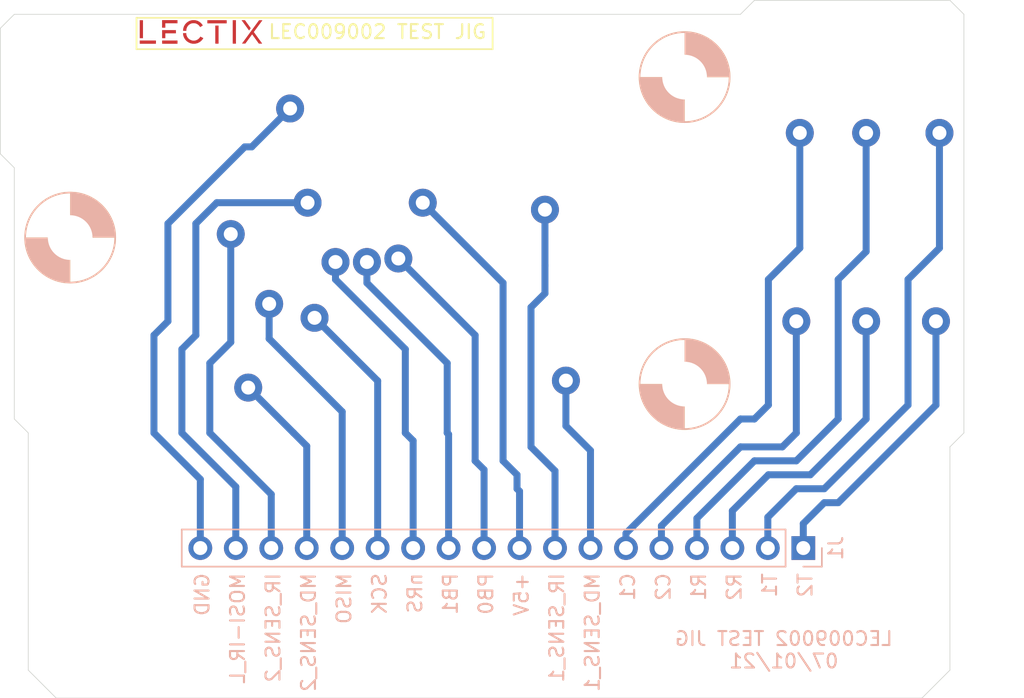
<source format=kicad_pcb>
(kicad_pcb (version 20211014) (generator pcbnew)
  (layers (0 "F.Cu" signal) (31 "B.Cu" signal) (34 "B.Paste" user) (35 "F.Paste" user) (36 "B.SilkS" user "B.Silkscreen") (37 "F.SilkS" user "F.Silkscreen") (38 "B.Mask" user) (39 "F.Mask" user) (44 "Edge.Cuts" user))
  (net 0 "")
  (net 1 "/MOSI-IR_LED")
  (net 2 "/C1")
  (net 3 "/R1")
  (net 4 "/T1")
  (net 5 "/T2")
  (net 6 "/R2")
  (net 7 "/C2")
  (net 8 "/IR_SENSOR")
  (net 9 "/nRS")
  (net 10 "/SCK")
  (net 11 "/MISO")
  (net 12 "/MODE_SENSOR_1")
  (net 13 "/MODE_SENSOR_2")
  (net 14 "/IR_SENSOR_2")
  (net 15 "/GND")
  (net 16 "/+5V")
  (net 17 "/PB1")
  (net 18 "/PB0")
  (footprint "0_mechanical:MountingHole_3.2mm_M3" (layer "F.Cu") (at 95 25.5)
    (fp_text reference "H1" hide)
    (fp_text value "MountingHole" hide)
    (fp_circle (center 0 0) (end 3.224903 0) (layer "B.SilkS") (width 0.12) (fill none))
    (fp_poly (pts (xy 0 -3.224903) (xy 0 -1.6) (xy 0.1 -1.6) (xy 0.5 -1.5) (xy 0.9 -1.3) (xy 1.3 -0.9) (xy 1.5 -0.5) (xy 1.6 -0.1) (xy 1.6 0) (xy 3.2 0) (xy 3.2 -0.5) (xy 3.1 -0.9) (xy 2.8 -1.6) (xy 2.3 -2.3) (xy 1.5 -2.9) (xy 0.5 -3.2)) (layer "B.SilkS") (width 0.01) (fill solid))
    (fp_poly (pts (xy 0 3.224903) (xy 0 1.6) (xy -0.1 1.6) (xy -0.5 1.5) (xy -0.9 1.3) (xy -1.3 0.9) (xy -1.5 0.5) (xy -1.6 0.1) (xy -1.6 0) (xy -3.2 0) (xy -3.2 0.5) (xy -3.1 0.9) (xy -2.8 1.6) (xy -2.3 2.3) (xy -1.5 2.9) (xy -0.5 3.2)) (layer "B.SilkS") (width 0.01) (fill solid))
    (fp_circle (center 0 0) (end 1.6 -2.8) (layer "F.SilkS") (width 0.12) (fill none))
    (fp_poly (pts (xy 0 3.224903) (xy 0 1.6) (xy -0.1 1.6) (xy -0.5 1.5) (xy -0.9 1.3) (xy -1.3 0.9) (xy -1.5 0.5) (xy -1.6 0.1) (xy -1.6 0) (xy -3.2 0) (xy -3.2 0.5) (xy -3.1 0.9) (xy -2.8 1.6) (xy -2.3 2.3) (xy -1.5 2.9) (xy -0.5 3.2)) (layer "F.SilkS") (width 0.01) (fill solid))
    (fp_poly (pts (xy 0 -3.224903) (xy 0 -1.6) (xy 0.1 -1.6) (xy 0.5 -1.5) (xy 0.9 -1.3) (xy 1.3 -0.9) (xy 1.5 -0.5) (xy 1.6 -0.1) (xy 1.6 0) (xy 3.2 0) (xy 3.2 -0.5) (xy 3.1 -0.9) (xy 2.8 -1.6) (xy 2.3 -2.3) (xy 1.5 -2.9) (xy 0.5 -3.2)) (layer "F.SilkS") (width 0.01) (fill solid))
    (pad "" np_thru_hole circle locked (at 0 0) (size 3.2 3.2) (drill 3.2) (layers *.Cu *.Mask))
  )
  (footprint "0_mechanical:MountingHole_3.2mm_M3" (layer "F.Cu") (at 95 47.5)
    (fp_text reference "H2" hide)
    (fp_text value "MountingHole" hide)
    (fp_circle (center 0 0) (end 3.224903 0) (layer "B.SilkS") (width 0.12) (fill none))
    (fp_poly (pts (xy 0 3.224903) (xy 0 1.6) (xy -0.1 1.6) (xy -0.5 1.5) (xy -0.9 1.3) (xy -1.3 0.9) (xy -1.5 0.5) (xy -1.6 0.1) (xy -1.6 0) (xy -3.2 0) (xy -3.2 0.5) (xy -3.1 0.9) (xy -2.8 1.6) (xy -2.3 2.3) (xy -1.5 2.9) (xy -0.5 3.2)) (layer "B.SilkS") (width 0.01) (fill solid))
    (fp_poly (pts (xy 0 -3.224903) (xy 0 -1.6) (xy 0.1 -1.6) (xy 0.5 -1.5) (xy 0.9 -1.3) (xy 1.3 -0.9) (xy 1.5 -0.5) (xy 1.6 -0.1) (xy 1.6 0) (xy 3.2 0) (xy 3.2 -0.5) (xy 3.1 -0.9) (xy 2.8 -1.6) (xy 2.3 -2.3) (xy 1.5 -2.9) (xy 0.5 -3.2)) (layer "B.SilkS") (width 0.01) (fill solid))
    (fp_circle (center 0 0) (end 1.6 -2.8) (layer "F.SilkS") (width 0.12) (fill none))
    (fp_poly (pts (xy 0 -3.224903) (xy 0 -1.6) (xy 0.1 -1.6) (xy 0.5 -1.5) (xy 0.9 -1.3) (xy 1.3 -0.9) (xy 1.5 -0.5) (xy 1.6 -0.1) (xy 1.6 0) (xy 3.2 0) (xy 3.2 -0.5) (xy 3.1 -0.9) (xy 2.8 -1.6) (xy 2.3 -2.3) (xy 1.5 -2.9) (xy 0.5 -3.2)) (layer "F.SilkS") (width 0.01) (fill solid))
    (fp_poly (pts (xy 0 3.224903) (xy 0 1.6) (xy -0.1 1.6) (xy -0.5 1.5) (xy -0.9 1.3) (xy -1.3 0.9) (xy -1.5 0.5) (xy -1.6 0.1) (xy -1.6 0) (xy -3.2 0) (xy -3.2 0.5) (xy -3.1 0.9) (xy -2.8 1.6) (xy -2.3 2.3) (xy -1.5 2.9) (xy -0.5 3.2)) (layer "F.SilkS") (width 0.01) (fill solid))
    (pad "" np_thru_hole circle locked (at 0 0) (size 3.2 3.2) (drill 3.2) (layers *.Cu *.Mask))
  )
  (footprint "0_mechanical:MountingHole_3.2mm_M3" (layer "F.Cu") (at 51 37)
    (fp_text reference "H3" hide)
    (fp_text value "MountingHole" hide)
    (fp_circle (center 0 0) (end 3.224903 0) (layer "B.SilkS") (width 0.12) (fill none))
    (fp_poly (pts (xy 0 3.224903) (xy 0 1.6) (xy -0.1 1.6) (xy -0.5 1.5) (xy -0.9 1.3) (xy -1.3 0.9) (xy -1.5 0.5) (xy -1.6 0.1) (xy -1.6 0) (xy -3.2 0) (xy -3.2 0.5) (xy -3.1 0.9) (xy -2.8 1.6) (xy -2.3 2.3) (xy -1.5 2.9) (xy -0.5 3.2)) (layer "B.SilkS") (width 0.01) (fill solid))
    (fp_poly (pts (xy 0 -3.224903) (xy 0 -1.6) (xy 0.1 -1.6) (xy 0.5 -1.5) (xy 0.9 -1.3) (xy 1.3 -0.9) (xy 1.5 -0.5) (xy 1.6 -0.1) (xy 1.6 0) (xy 3.2 0) (xy 3.2 -0.5) (xy 3.1 -0.9) (xy 2.8 -1.6) (xy 2.3 -2.3) (xy 1.5 -2.9) (xy 0.5 -3.2)) (layer "B.SilkS") (width 0.01) (fill solid))
    (fp_circle (center 0 0) (end 1.6 -2.8) (layer "F.SilkS") (width 0.12) (fill none))
    (fp_poly (pts (xy 0 3.224903) (xy 0 1.6) (xy -0.1 1.6) (xy -0.5 1.5) (xy -0.9 1.3) (xy -1.3 0.9) (xy -1.5 0.5) (xy -1.6 0.1) (xy -1.6 0) (xy -3.2 0) (xy -3.2 0.5) (xy -3.1 0.9) (xy -2.8 1.6) (xy -2.3 2.3) (xy -1.5 2.9) (xy -0.5 3.2)) (layer "F.SilkS") (width 0.01) (fill solid))
    (fp_poly (pts (xy 0 -3.224903) (xy 0 -1.6) (xy 0.1 -1.6) (xy 0.5 -1.5) (xy 0.9 -1.3) (xy 1.3 -0.9) (xy 1.5 -0.5) (xy 1.6 -0.1) (xy 1.6 0) (xy 3.2 0) (xy 3.2 -0.5) (xy 3.1 -0.9) (xy 2.8 -1.6) (xy 2.3 -2.3) (xy 1.5 -2.9) (xy 0.5 -3.2)) (layer "F.SilkS") (width 0.01) (fill solid))
    (pad "" np_thru_hole circle locked (at 0 0) (size 3.2 3.2) (drill 3.2) (layers *.Cu *.Mask))
  )
  (footprint "0_logos:Logo_10mm" (layer "F.Cu") (at 60.25 22.25)
    (fp_text reference "LOGO1" hide)
    (fp_text value "logo_lectix_25mm" hide)
    (fp_poly (pts (xy -1.56718 -0.61214) (xy -2.44094 -0.61214) (xy -2.44094 -0.29972) (xy -2.66446 -0.29972) (xy -2.66446 -0.83312) (xy -1.56718 -0.83312) (xy -1.56718 -0.61214)) (layer "F.Cu") (width 0.01) (fill solid))
    (fp_poly (pts (xy 2.61874 0.84582) (xy 2.39776 0.84582) (xy 2.39776 -0.8255) (xy 2.61874 -0.8255) (xy 2.61874 0.84582)) (layer "F.Cu") (width 0.01) (fill solid))
    (fp_poly (pts (xy -0.941598 0.135255) (xy -0.93688 0.184642) (xy -0.927286 0.233391) (xy -0.913012 0.281126) (xy -0.894257 0.327472) (xy -0.871216 0.372055) (xy -0.844087 0.4145) (xy -0.813067 0.454432) (xy -0.778352 0.491476) (xy -0.74014 0.525258) (xy -0.73406 0.530066) (xy -0.693962 0.558193) (xy -0.650655 0.582754) (xy -0.604786 0.603491) (xy -0.557001 0.620147) (xy -0.507946 0.632466) (xy -0.458267 0.640191) (xy -0.456939 0.640331) (xy -0.435583 0.641812) (xy -0.410988 0.642277) (xy -0.38483 0.641784) (xy -0.358784 0.640393) (xy -0.334525 0.638161) (xy -0.31496 0.635369) (xy -0.26458 0.623968) (xy -0.215829 0.608011) (xy -0.169027 0.587722) (xy -0.124494 0.563326) (xy -0.082553 0.53505) (xy -0.043523 0.503119) (xy -0.007725 0.467757) (xy 0.024521 0.429189) (xy 0.052893 0.387642) (xy 0.063459 0.36957) (xy 0.067764 0.361866) (xy 0.070977 0.356162) (xy 0.072419 0.35366) (xy 0.072428 0.353648) (xy 0.074718 0.354589) (xy 0.080966 0.357586) (xy 0.090622 0.362356) (xy 0.103134 0.368617) (xy 0.11795 0.376087) (xy 0.134518 0.384484) (xy 0.152288 0.393526) (xy 0.170709 0.40293) (xy 0.189227 0.412414) (xy 0.207292 0.421697) (xy 0.224353 0.430496) (xy 0.239857 0.43853) (xy 0.253254 0.445515) (xy 0.263992 0.45117) (xy 0.271519 0.455212) (xy 0.275284 0.45736) (xy 0.275579 0.457574) (xy 0.276342 0.459476) (xy 0.27565 0.462864) (xy 0.273236 0.468246) (xy 0.268829 0.47613) (xy 0.262161 0.487022) (xy 0.252963 0.501432) (xy 0.249532 0.50673) (xy 0.213745 0.557247) (xy 0.174233 0.604456) (xy 0.131253 0.648181) (xy 0.085061 0.688245) (xy 0.035915 0.724473) (xy -0.015929 0.75669) (xy -0.070214 0.784719) (xy -0.126683 0.808386) (xy -0.185078 0.827513) (xy -0.238614 0.840608) (xy -0.259549 0.844715) (xy -0.278693 0.847937) (xy -0.297214 0.850387) (xy -0.316279 0.852177) (xy -0.337056 0.853419) (xy -0.360714 0.854226) (xy -0.38481 0.854665) (xy -0.403035 0.85486) (xy -0.419929 0.85496) (xy -0.434719 0.854966) (xy -0.446633 0.85488) (xy -0.454897 0.854704) (xy -0.45847 0.854485) (xy -0.464358 0.853741) (xy -0.47369 0.85263) (xy -0.484862 0.851341) (xy -0.49022 0.850735) (xy -0.545997 0.842047) (xy -0.601993 0.828574) (xy -0.657599 0.810545) (xy -0.712206 0.788188) (xy -0.765203 0.761731) (xy -0.815981 0.731401) (xy -0.82423 0.725955) (xy -0.854202 0.705098) (xy -0.880956 0.684653) (xy -0.906058 0.663317) (xy -0.931073 0.63979) (xy -0.946282 0.624501) (xy -0.98848 0.577656) (xy -1.026384 0.528179) (xy -1.059914 0.476236) (xy -1.088986 0.421994) (xy -1.113518 0.365618) (xy -1.133426 0.307274) (xy -1.148629 0.247129) (xy -1.156813 0.201477) (xy -1.15802 0.192261) (xy -1.159423 0.17981) (xy -1.160913 0.165307) (xy -1.162382 0.149937) (xy -1.163719 0.134885) (xy -1.164815 0.121334) (xy -1.165562 0.11047) (xy -1.16585 0.103505) (xy -1.163398 0.103107) (xy -1.156379 0.102738) (xy -1.145308 0.102405) (xy -1.130696 0.102119) (xy -1.113059 0.101886) (xy -1.092909 0.101717) (xy -1.070759 0.10162) (xy -1.054481 0.1016) (xy -0.943101 0.1016) (xy -0.941598 0.135255)) (layer "F.Cu") (width 0.01) (fill solid))
    (fp_poly (pts (xy 1.95072 -0.60452) (xy 0.58166 -0.60452) (xy 0.58166 -0.8255) (xy 1.95072 -0.8255) (xy 1.95072 -0.60452)) (layer "F.Cu") (width 0.01) (fill solid))
    (fp_poly (pts (xy 4.376304 -0.819908) (xy 4.39485 -0.819812) (xy 4.508296 -0.81915) (xy 4.202148 -0.400817) (xy 4.172064 -0.359702) (xy 4.142787 -0.319675) (xy 4.114458 -0.280931) (xy 4.087217 -0.243662) (xy 4.061206 -0.20806) (xy 4.036566 -0.17432) (xy 4.013436 -0.142634) (xy 3.991957 -0.113194) (xy 3.972271 -0.086194) (xy 3.954518 -0.061828) (xy 3.938839 -0.040287) (xy 3.925374 -0.021764) (xy 3.914265 -0.006454) (xy 3.905651 0.005452) (xy 3.899674 0.01376) (xy 3.896474 0.018277) (xy 3.895946 0.019087) (xy 3.897407 0.021269) (xy 3.901707 0.02737) (xy 3.908703 0.037192) (xy 3.918256 0.050541) (xy 3.930224 0.06722) (xy 3.944465 0.087032) (xy 3.960838 0.109783) (xy 3.979202 0.135275) (xy 3.999416 0.163314) (xy 4.021337 0.193701) (xy 4.044825 0.226243) (xy 4.069739 0.260742) (xy 4.095938 0.297003) (xy 4.123279 0.334829) (xy 4.151622 0.374025) (xy 4.180825 0.414395) (xy 4.192671 0.430766) (xy 4.22219 0.471564) (xy 4.250913 0.511274) (xy 4.278699 0.549701) (xy 4.305405 0.586647) (xy 4.330889 0.621916) (xy 4.35501 0.65531) (xy 4.377626 0.686635) (xy 4.398595 0.715692) (xy 4.417775 0.742285) (xy 4.435025 0.766218) (xy 4.450202 0.787293) (xy 4.463164 0.805315) (xy 4.47377 0.820086) (xy 4.481878 0.831411) (xy 4.487346 0.839091) (xy 4.490033 0.842932) (xy 4.490296 0.843347) (xy 4.488016 0.843981) (xy 4.480822 0.844522) (xy 4.468878 0.844969) (xy 4.452349 0.845317) (xy 4.4314 0.845563) (xy 4.406196 0.845703) (xy 4.377266 0.845734) (xy 4.26339 0.845649) (xy 4.02209 0.51178) (xy 3.995526 0.475037) (xy 3.969765 0.439426) (xy 3.944965 0.405163) (xy 3.921283 0.372466) (xy 3.898876 0.34155) (xy 3.877902 0.312632) (xy 3.858517 0.285929) (xy 3.84088 0.261658) (xy 3.825147 0.240034) (xy 3.811475 0.221274) (xy 3.800023 0.205596) (xy 3.790948 0.193215) (xy 3.784406 0.184347) (xy 3.780556 0.179211) (xy 3.77952 0.177933) (xy 3.777906 0.17995) (xy 3.773455 0.185854) (xy 3.766324 0.195427) (xy 3.756674 0.208455) (xy 3.744661 0.224722) (xy 3.730447 0.24401) (xy 3.714188 0.266106) (xy 3.696044 0.290791) (xy 3.676173 0.317851) (xy 3.654734 0.34707) (xy 3.631887 0.378231) (xy 3.607789 0.411119) (xy 3.5826 0.445518) (xy 3.556477 0.481211) (xy 3.53568 0.509644) (xy 3.508925 0.546214) (xy 3.482965 0.581667) (xy 3.457961 0.615786) (xy 3.434072 0.648355) (xy 3.411458 0.679156) (xy 3.390279 0.707973) (xy 3.370693 0.734589) (xy 3.352863 0.758787) (xy 3.336946 0.78035) (xy 3.323102 0.799061) (xy 3.311493 0.814704) (xy 3.302276 0.827061) (xy 3.295613 0.835916) (xy 3.291662 0.841051) (xy 3.29057 0.842335) (xy 3.287574 0.842529) (xy 3.280025 0.84268) (xy 3.26845 0.842789) (xy 3.253375 0.842853) (xy 3.235327 0.84287) (xy 3.214833 0.842839) (xy 3.192419 0.842759) (xy 3.175648 0.842672) (xy 3.063267 0.84201) (xy 3.669225 0.01397) (xy 3.711717 -0.044093) (xy 3.753457 -0.101122) (xy 3.794343 -0.156981) (xy 3.834276 -0.211531) (xy 3.873154 -0.264637) (xy 3.910878 -0.316161) (xy 3.947347 -0.365964) (xy 3.982459 -0.413911) (xy 4.016115 -0.459864) (xy 4.048214 -0.503686) (xy 4.078655 -0.545239) (xy 4.107338 -0.584386) (xy 4.134162 -0.620989) (xy 4.159027 -0.654913) (xy 4.181832 -0.686019) (xy 4.202477 -0.714169) (xy 4.22086 -0.739228) (xy 4.236882 -0.761057) (xy 4.250441 -0.779519) (xy 4.261437 -0.794478) (xy 4.269771 -0.805795) (xy 4.27534 -0.813333) (xy 4.278045 -0.816956) (xy 4.278294 -0.817272) (xy 4.280129 -0.818064) (xy 4.284193 -0.818708) (xy 4.29086 -0.819211) (xy 4.300504 -0.819582) (xy 4.313497 -0.819829) (xy 4.330212 -0.819961) (xy 4.351024 -0.819984) (xy 4.376304 -0.819908)) (layer "F.Cu") (width 0.01) (fill solid))
    (fp_poly (pts (xy 1.3716 0.84582) (xy 1.15062 0.84582) (xy 1.15062 -0.43688) (xy 1.3716 -0.43688) (xy 1.3716 0.84582)) (layer "F.Cu") (width 0.01) (fill solid))
    (fp_poly (pts (xy -0.373791 -0.828885) (xy -0.352051 -0.828102) (xy -0.333524 -0.826865) (xy -0.32512 -0.825987) (xy -0.263464 -0.815889) (xy -0.203518 -0.801142) (xy -0.145498 -0.78188) (xy -0.08962 -0.75824) (xy -0.036099 -0.730358) (xy 0.01485 -0.698368) (xy 0.063012 -0.662408) (xy 0.108171 -0.622612) (xy 0.150111 -0.579116) (xy 0.188617 -0.532056) (xy 0.223475 -0.481567) (xy 0.224753 -0.479538) (xy 0.23095 -0.469396) (xy 0.235873 -0.460824) (xy 0.239032 -0.454716) (xy 0.239933 -0.451966) (xy 0.239927 -0.451954) (xy 0.237616 -0.450206) (xy 0.231584 -0.446064) (xy 0.222376 -0.439884) (xy 0.210541 -0.432024) (xy 0.196627 -0.422841) (xy 0.181181 -0.412692) (xy 0.16475 -0.401934) (xy 0.147883 -0.390925) (xy 0.131127 -0.380021) (xy 0.115029 -0.369581) (xy 0.100138 -0.359961) (xy 0.087 -0.351518) (xy 0.076165 -0.34461) (xy 0.068178 -0.339593) (xy 0.063588 -0.336826) (xy 0.062794 -0.336416) (xy 0.059968 -0.337282) (xy 0.055905 -0.341905) (xy 0.050305 -0.350661) (xy 0.047184 -0.356086) (xy 0.030089 -0.383572) (xy 0.009427 -0.411998) (xy -0.013771 -0.440148) (xy -0.038472 -0.466803) (xy -0.063644 -0.490746) (xy -0.07552 -0.50086) (xy -0.116154 -0.530828) (xy -0.159753 -0.556873) (xy -0.205804 -0.578774) (xy -0.253792 -0.59631) (xy -0.303203 -0.60926) (xy -0.343548 -0.616187) (xy -0.365054 -0.618232) (xy -0.389779 -0.619278) (xy -0.41624 -0.619363) (xy -0.442955 -0.61852) (xy -0.468443 -0.616786) (xy -0.491221 -0.614196) (xy -0.502174 -0.612397) (xy -0.552714 -0.600392) (xy -0.601225 -0.583901) (xy -0.647466 -0.563143) (xy -0.691196 -0.538334) (xy -0.732174 -0.509692) (xy -0.770159 -0.477434) (xy -0.80491 -0.441777) (xy -0.836186 -0.402938) (xy -0.863748 -0.361136) (xy -0.887352 -0.316587) (xy -0.90676 -0.269508) (xy -0.916801 -0.238379) (xy -0.927444 -0.193948) (xy -0.934072 -0.147895) (xy -0.936568 -0.109855) (xy -0.937972 -0.06858) (xy -1.158969 -0.06858) (xy -1.157493 -0.113665) (xy -1.153049 -0.173235) (xy -1.143761 -0.231781) (xy -1.129804 -0.289055) (xy -1.111357 -0.344808) (xy -1.088595 -0.398794) (xy -1.061694 -0.450761) (xy -1.030832 -0.500463) (xy -0.996184 -0.547651) (xy -0.957927 -0.592077) (xy -0.916238 -0.63349) (xy -0.871292 -0.671645) (xy -0.823267 -0.706291) (xy -0.772339 -0.73718) (xy -0.718684 -0.764064) (xy -0.6858 -0.777954) (xy -0.632923 -0.796535) (xy -0.578211 -0.811237) (xy -0.520795 -0.822284) (xy -0.50546 -0.824566) (xy -0.489281 -0.826312) (xy -0.469218 -0.827661) (xy -0.446456 -0.828601) (xy -0.422175 -0.829125) (xy -0.397559 -0.829223) (xy -0.373791 -0.828885)) (layer "F.Cu") (width 0.01) (fill solid))
    (fp_poly (pts (xy -3.1115 0.85344) (xy -4.25958 0.85344) (xy -4.25958 0.62992) (xy -3.1115 0.62992) (xy -3.1115 0.85344)) (layer "F.Cu") (width 0.01) (fill solid))
    (fp_poly (pts (xy -4.0386 0.45212) (xy -4.25958 0.45212) (xy -4.25958 -0.82296) (xy -4.0386 -0.82296) (xy -4.0386 0.45212)) (layer "F.Cu") (width 0.01) (fill solid))
    (fp_poly (pts (xy 3.260968 -0.8255) (xy 3.466269 -0.542956) (xy 3.490799 -0.509165) (xy 3.514493 -0.476463) (xy 3.53718 -0.445091) (xy 3.558689 -0.415286) (xy 3.578848 -0.387289) (xy 3.597487 -0.361337) (xy 3.614435 -0.337671) (xy 3.62952 -0.31653) (xy 3.642571 -0.298152) (xy 3.653418 -0.282777) (xy 3.661889 -0.270644) (xy 3.667814 -0.261991) (xy 3.671021 -0.257058) (xy 3.67157 -0.255979) (xy 3.670129 -0.252999) (xy 3.666077 -0.246561) (xy 3.659817 -0.237221) (xy 3.651755 -0.225539) (xy 3.642293 -0.212072) (xy 3.631838 -0.197378) (xy 3.620793 -0.182016) (xy 3.609562 -0.166543) (xy 3.598551 -0.151517) (xy 3.588162 -0.137496) (xy 3.578801 -0.125038) (xy 3.570872 -0.114702) (xy 3.564779 -0.107045) (xy 3.560927 -0.102625) (xy 3.55981 -0.101753) (xy 3.558071 -0.103777) (xy 3.553504 -0.109705) (xy 3.546264 -0.119329) (xy 3.536502 -0.132439) (xy 3.524373 -0.148826) (xy 3.510029 -0.168281) (xy 3.493625 -0.190595) (xy 3.475313 -0.215558) (xy 3.455247 -0.242963) (xy 3.433579 -0.272598) (xy 3.410465 -0.304257) (xy 3.386056 -0.337728) (xy 3.360506 -0.372804) (xy 3.333968 -0.409276) (xy 3.306596 -0.446933) (xy 3.29819 -0.458507) (xy 3.270558 -0.496555) (xy 3.243707 -0.533532) (xy 3.217789 -0.569228) (xy 3.19296 -0.603428) (xy 3.169374 -0.635919) (xy 3.147186 -0.666489) (xy 3.126549 -0.694925) (xy 3.107618 -0.721015) (xy 3.090548 -0.744544) (xy 3.075493 -0.765301) (xy 3.062608 -0.783073) (xy 3.052047 -0.797646) (xy 3.043964 -0.808808) (xy 3.038514 -0.816346) (xy 3.035851 -0.820048) (xy 3.035625 -0.82037) (xy 3.034877 -0.821583) (xy 3.034715 -0.822588) (xy 3.035563 -0.823405) (xy 3.037844 -0.824053) (xy 3.041981 -0.824551) (xy 3.048399 -0.824919) (xy 3.057522 -0.825177) (xy 3.069772 -0.825345) (xy 3.085573 -0.825441) (xy 3.105349 -0.825486) (xy 3.129525 -0.8255) (xy 3.146554 -0.825501) (xy 3.260968 -0.8255)) (layer "F.Cu") (width 0.01) (fill solid))
    (fp_poly (pts (xy -1.56718 0.85344) (xy -2.65938 0.85344) (xy -2.65938 0.62992) (xy -1.56718 0.62992) (xy -1.56718 0.85344)) (layer "F.Cu") (width 0.01) (fill solid))
    (fp_poly (pts (xy -1.68148 0.10922) (xy -2.44094 0.10922) (xy -2.44094 0.45212) (xy -2.66192 0.45212) (xy -2.66192 -0.1143) (xy -1.68148 -0.1143) (xy -1.68148 0.10922)) (layer "F.Cu") (width 0.01) (fill solid))
  )
  (footprint "0_pogo_pin:pogo-1mm" (layer "B.Cu") (at 63.75 47.75)
    (fp_text reference "TP5" hide)
    (fp_text value "TestPoint_Probe")
    (pad "1" thru_hole circle locked (at 0 0) (size 2 2) (drill 1) (layers *.Cu *.Mask) (net 13 "/MODE_SENSOR_2"))
  )
  (footprint "0_pogo_pin:pogo-1mm" (layer "B.Cu") (at 108 29.5)
    (fp_text reference "TP6" hide)
    (fp_text value "TestPoint_Probe")
    (pad "1" thru_hole circle locked (at 0 0) (size 2 2) (drill 1) (layers *.Cu *.Mask) (net 3 "/R1"))
  )
  (footprint "0_pogo_pin:pogo-1mm" (layer "B.Cu") (at 103.25 29.5)
    (fp_text reference "TP7" hide)
    (fp_text value "TestPoint_Probe")
    (pad "1" thru_hole circle locked (at 0 0) (size 2 2) (drill 1) (layers *.Cu *.Mask) (net 2 "/C1"))
  )
  (footprint "0_pogo_pin:pogo-1mm" (layer "B.Cu") (at 113.25 29.5)
    (fp_text reference "TP8" hide)
    (fp_text value "TestPoint_Probe")
    (pad "1" thru_hole circle locked (at 0 0) (size 2 2) (drill 1) (layers *.Cu *.Mask) (net 4 "/T1"))
  )
  (footprint "0_pogo_pin:pogo-1mm" (layer "B.Cu") (at 108 43)
    (fp_text reference "TP9" hide)
    (fp_text value "TestPoint_Probe")
    (pad "1" thru_hole circle locked (at 0 0) (size 2 2) (drill 1) (layers *.Cu *.Mask) (net 6 "/R2"))
  )
  (footprint "0_pogo_pin:pogo-1mm" (layer "B.Cu") (at 103 43)
    (fp_text reference "TP10" hide)
    (fp_text value "TestPoint_Probe")
    (pad "1" thru_hole circle locked (at 0 0) (size 2 2) (drill 1) (layers *.Cu *.Mask) (net 7 "/C2"))
  )
  (footprint "0_pogo_pin:pogo-1mm" (layer "B.Cu") (at 85 35)
    (fp_text reference "TP11" hide)
    (fp_text value "TestPoint_Probe")
    (pad "1" thru_hole circle locked (at 0 0) (size 2 2) (drill 1) (layers *.Cu *.Mask) (net 8 "/IR_SENSOR"))
  )
  (footprint "0_pogo_pin:pogo-1mm" (layer "B.Cu") (at 113 43)
    (fp_text reference "TP13" hide)
    (fp_text value "TestPoint_Probe")
    (pad "1" thru_hole circle locked (at 0 0) (size 2 2) (drill 1) (layers *.Cu *.Mask) (net 5 "/T2"))
  )
  (footprint "0_pogo_pin:pogo-1mm" (layer "B.Cu") (at 76.25 34.5)
    (fp_text reference "TP14" hide)
    (fp_text value "TestPoint_Probe")
    (pad "1" thru_hole circle locked (at 0 0) (size 2 2) (drill 1) (layers *.Cu *.Mask) (net 16 "/+5V"))
  )
  (footprint "0_pogo_pin:pogo-1mm" (layer "B.Cu") (at 66.75 27.75)
    (fp_text reference "TP15" hide)
    (fp_text value "TestPoint_Probe")
    (pad "1" thru_hole circle locked (at 0 0) (size 2 2) (drill 1) (layers *.Cu *.Mask) (net 15 "/GND"))
  )
  (footprint "0_pogo_pin:pogo-1mm" (layer "B.Cu") (at 62.5 36.75)
    (fp_text reference "TP12" hide)
    (fp_text value "TestPoint_Probe")
    (pad "1" thru_hole circle locked (at 0 0) (size 2 2) (drill 1) (layers *.Cu *.Mask) (net 14 "/IR_SENSOR_2"))
  )
  (footprint "0_pogo_pin:pogo-1mm" (layer "B.Cu") (at 74.5 38.5)
    (fp_text reference "TP1" hide)
    (fp_text value "TestPoint_Probe")
    (pad "1" thru_hole circle locked (at 0 0) (size 2 2) (drill 1) (layers *.Cu *.Mask) (net 18 "/PB0"))
  )
  (footprint "0_pogo_pin:pogo-1mm" (layer "B.Cu") (at 72.25 38.75)
    (fp_text reference "TP2" hide)
    (fp_text value "TestPoint_Probe")
    (pad "1" thru_hole circle locked (at 0 0) (size 2 2) (drill 1) (layers *.Cu *.Mask) (net 17 "/PB1"))
  )
  (footprint "0_pogo_pin:pogo-1mm" (layer "B.Cu") (at 86.5 47.25)
    (fp_text reference "TP3" hide)
    (fp_text value "TestPoint_Probe")
    (pad "1" thru_hole circle locked (at 0 0) (size 2 2) (drill 1) (layers *.Cu *.Mask) (net 12 "/MODE_SENSOR_1"))
  )
  (footprint "0_pogo_pin:pogo-1mm" (layer "B.Cu") (at 70 38.75)
    (fp_text reference "TP4" hide)
    (fp_text value "TestPoint_Probe")
    (pad "1" thru_hole circle locked (at 0 0) (size 2 2) (drill 1) (layers *.Cu *.Mask) (net 9 "/nRS"))
  )
  (footprint "0_pogo_pin:pogo-1mm" (layer "B.Cu") (at 68.5 42.75)
    (fp_text reference "TP16" hide)
    (fp_text value "TestPoint_Probe")
    (pad "1" thru_hole circle locked (at 0 0) (size 2 2) (drill 1) (layers *.Cu *.Mask) (net 10 "/SCK"))
  )
  (footprint "0_pogo_pin:pogo-1mm" (layer "B.Cu") (at 65.25 41.75)
    (fp_text reference "TP17" hide)
    (fp_text value "TestPoint_Probe")
    (pad "1" thru_hole circle locked (at 0 0) (size 2 2) (drill 1) (layers *.Cu *.Mask) (net 11 "/MISO"))
  )
  (footprint "0_pogo_pin:pogo-1mm" (layer "B.Cu") (at 68 34.5)
    (fp_text reference "TP18" hide)
    (fp_text value "TestPoint_Probe")
    (pad "1" thru_hole circle locked (at 0 0) (size 2 2) (drill 1) (layers *.Cu *.Mask) (net 1 "/MOSI-IR_LED"))
  )
  (footprint "Connector_PinHeader_2.54mm:PinHeader_1x18_P2.54mm_Vertical" (layer "B.Cu") (at 103.5 59.25 90)
    (fp_text reference "J1" (at 0 2.33 90) (layer "B.SilkS") (effects (justify mirror)))
    (fp_text value "Conn_01x18_Female")
    (fp_line (start -1.33 -1.27) (end -1.33 -44.51) (layer "B.SilkS") (width 0.12))
    (fp_line (start -1.33 -1.27) (end 1.33 -1.27) (layer "B.SilkS") (width 0.12))
    (fp_line (start -1.33 -44.51) (end 1.33 -44.51) (layer "B.SilkS") (width 0.12))
    (fp_line (start 1.33 -1.27) (end 1.33 -44.51) (layer "B.SilkS") (width 0.12))
    (fp_line (start -1.33 1.33) (end 0 1.33) (layer "B.SilkS") (width 0.12))
    (fp_line (start -1.33 0) (end -1.33 1.33) (layer "B.SilkS") (width 0.12))
    (pad "1" thru_hole rect locked (at 0 0 90) (size 1.7 1.7) (drill 1) (layers *.Cu *.Mask) (net 5 "/T2"))
    (pad "2" thru_hole oval locked (at 0 -2.54 90) (size 1.7 1.7) (drill 1) (layers *.Cu *.Mask) (net 4 "/T1"))
    (pad "3" thru_hole oval locked (at 0 -5.08 90) (size 1.7 1.7) (drill 1) (layers *.Cu *.Mask) (net 6 "/R2"))
    (pad "4" thru_hole oval locked (at 0 -7.62 90) (size 1.7 1.7) (drill 1) (layers *.Cu *.Mask) (net 3 "/R1"))
    (pad "5" thru_hole oval locked (at 0 -10.16 90) (size 1.7 1.7) (drill 1) (layers *.Cu *.Mask) (net 7 "/C2"))
    (pad "6" thru_hole oval locked (at 0 -12.7 90) (size 1.7 1.7) (drill 1) (layers *.Cu *.Mask) (net 2 "/C1"))
    (pad "7" thru_hole oval locked (at 0 -15.24 90) (size 1.7 1.7) (drill 1) (layers *.Cu *.Mask) (net 12 "/MODE_SENSOR_1"))
    (pad "8" thru_hole oval locked (at 0 -17.78 90) (size 1.7 1.7) (drill 1) (layers *.Cu *.Mask) (net 8 "/IR_SENSOR"))
    (pad "9" thru_hole oval locked (at 0 -20.32 90) (size 1.7 1.7) (drill 1) (layers *.Cu *.Mask) (net 16 "/+5V"))
    (pad "10" thru_hole oval locked (at 0 -22.86 90) (size 1.7 1.7) (drill 1) (layers *.Cu *.Mask) (net 18 "/PB0"))
    (pad "11" thru_hole oval locked (at 0 -25.4 90) (size 1.7 1.7) (drill 1) (layers *.Cu *.Mask) (net 17 "/PB1"))
    (pad "12" thru_hole oval locked (at 0 -27.94 90) (size 1.7 1.7) (drill 1) (layers *.Cu *.Mask) (net 9 "/nRS"))
    (pad "13" thru_hole oval locked (at 0 -30.48 90) (size 1.7 1.7) (drill 1) (layers *.Cu *.Mask) (net 10 "/SCK"))
    (pad "14" thru_hole oval locked (at 0 -33.02 90) (size 1.7 1.7) (drill 1) (layers *.Cu *.Mask) (net 11 "/MISO"))
    (pad "15" thru_hole oval locked (at 0 -35.56 90) (size 1.7 1.7) (drill 1) (layers *.Cu *.Mask) (net 13 "/MODE_SENSOR_2"))
    (pad "16" thru_hole oval locked (at 0 -38.1 90) (size 1.7 1.7) (drill 1) (layers *.Cu *.Mask) (net 14 "/IR_SENSOR_2"))
    (pad "17" thru_hole oval locked (at 0 -40.64 90) (size 1.7 1.7) (drill 1) (layers *.Cu *.Mask) (net 1 "/MOSI-IR_LED"))
    (pad "18" thru_hole oval locked (at 0 -43.18 90) (size 1.7 1.7) (drill 1) (layers *.Cu *.Mask) (net 15 "/GND"))
  )
  (gr_line (start 81.25 23.5) (end 81.25 21.25) (layer "F.SilkS") (width 0.12))
  (gr_line (start 81.25 21.25) (end 55.75 21.25) (layer "F.SilkS") (width 0.12))
  (gr_line (start 55.75 21.25) (end 55.75 23.5) (layer "F.SilkS") (width 0.12))
  (gr_line (start 55.75 23.5) (end 81.25 23.5) (layer "F.SilkS") (width 0.12))
  (gr_line (start 115 51) (end 115 21) (layer "Edge.Cuts") (width 0.05))
  (gr_line (start 48 51) (end 47 50) (layer "Edge.Cuts") (width 0.05))
  (gr_line (start 100 20) (end 99 21) (layer "Edge.Cuts") (width 0.05))
  (gr_line (start 114 68) (end 114 52) (layer "Edge.Cuts") (width 0.05))
  (gr_line (start 46 31) (end 47 32) (layer "Edge.Cuts") (width 0.05))
  (gr_line (start 47 21) (end 46 22) (layer "Edge.Cuts") (width 0.05))
  (gr_line (start 46 22) (end 46 31) (layer "Edge.Cuts") (width 0.05))
  (gr_line (start 48 51) (end 48 61) (layer "Edge.Cuts") (width 0.05))
  (gr_line (start 114 20) (end 100 20) (layer "Edge.Cuts") (width 0.05))
  (gr_line (start 47 32) (end 47 50) (layer "Edge.Cuts") (width 0.05))
  (gr_line (start 115 21) (end 114 20) (layer "Edge.Cuts") (width 0.05))
  (gr_line (start 50 70) (end 112 70) (layer "Edge.Cuts") (width 0.05))
  (gr_line (start 48 68) (end 50 70) (layer "Edge.Cuts") (width 0.05))
  (gr_line (start 48 61) (end 48 68) (layer "Edge.Cuts") (width 0.05))
  (gr_line (start 115 51) (end 114 52) (layer "Edge.Cuts") (width 0.05))
  (gr_line (start 112 70) (end 114 68) (layer "Edge.Cuts") (width 0.05))
  (gr_line (start 99 21) (end 47 21) (layer "Edge.Cuts") (width 0.05))
  (gr_text "SCK" (at 73.152 60.96 90) (layer "B.SilkS") (effects (font (size 1 1)) (justify left mirror)))
  (gr_text "PB1" (at 78.232 60.96 90) (layer "B.SilkS") (effects (font (size 1 1)) (justify left mirror)))
  (gr_text "T1" (at 101.092 60.96 90) (layer "B.SilkS") (effects (font (size 1 1)) (justify left mirror)))
  (gr_text "R1" (at 96.012 60.96 90) (layer "B.SilkS") (effects (font (size 1 1)) (justify left mirror)))
  (gr_text "R2" (at 98.552 60.96 90) (layer "B.SilkS") (effects (font (size 1 1)) (justify left mirror)))
  (gr_text "C2" (at 93.472 60.96 90) (layer "B.SilkS") (effects (font (size 1 1)) (justify left mirror)))
  (gr_text "MD_SENS_2" (at 68.072 60.96 90) (layer "B.SilkS") (effects (font (size 1 1)) (justify left mirror)))
  (gr_text "+5V" (at 83.312 60.96 90) (layer "B.SilkS") (effects (font (size 1 1)) (justify left mirror)))
  (gr_text "MOSI-IR_L" (at 62.992 60.96 90) (layer "B.SilkS") (effects (font (size 1 1)) (justify left mirror)))
  (gr_text "MD_SENS_1" (at 88.392 60.96 90) (layer "B.SilkS") (effects (font (size 1 1)) (justify left mirror)))
  (gr_text "T2" (at 103.632 60.96 90) (layer "B.SilkS") (effects (font (size 1 1)) (justify left mirror)))
  (gr_text "C1" (at 90.932 60.96 90) (layer "B.SilkS") (effects (font (size 1 1)) (justify left mirror)))
  (gr_text "nRS" (at 75.692 60.96 90) (layer "B.SilkS") (effects (font (size 1 1)) (justify left mirror)))
  (gr_text "IR_SENS_2" (at 65.532 60.96 90) (layer "B.SilkS") (effects (font (size 1 1)) (justify left mirror)))
  (gr_text "IR_SENS_1" (at 85.852 60.96 90) (layer "B.SilkS") (effects (font (size 1 1)) (justify left mirror)))
  (gr_text "MISO" (at 70.612 60.96 90) (layer "B.SilkS") (effects (font (size 1 1)) (justify left mirror)))
  (gr_text "PB0" (at 80.772 60.96 90) (layer "B.SilkS") (effects (font (size 1 1)) (justify left mirror)))
  (gr_text "LEC009002 TEST JIG\n07/01/21" (at 102.108 66.548) (layer "B.SilkS") (effects (font (size 1 1)) (justify mirror)))
  (gr_text "GND" (at 60.452 60.96 90) (layer "B.SilkS") (effects (font (size 1 1)) (justify left mirror)))
  (gr_text "LEC009002 TEST JIG" (at 73 22.25) (layer "F.SilkS") (effects (font (size 1 1))))
  (segment (start 60 36) (end 61.5 34.5) (width 0.5) (layer "B.Cu") (net 1))
  (segment (start 62.86 54.86) (end 59 51) (width 0.5) (layer "B.Cu") (net 1))
  (segment (start 59 51) (end 59 45) (width 0.5) (layer "B.Cu") (net 1))
  (segment (start 60 44) (end 60 36) (width 0.5) (layer "B.Cu") (net 1))
  (segment (start 59 45) (end 60 44) (width 0.5) (layer "B.Cu") (net 1))
  (segment (start 61.5 34.5) (end 68 34.5) (width 0.5) (layer "B.Cu") (net 1))
  (segment (start 62.86 59.25) (end 62.86 54.86) (width 0.5) (layer "B.Cu") (net 1))
  (segment (start 100 50) (end 101 49) (width 0.5) (layer "B.Cu") (net 2))
  (segment (start 99 50) (end 100 50) (width 0.5) (layer "B.Cu") (net 2))
  (segment (start 90.8 59.25) (end 90.8 58.2) (width 0.5) (layer "B.Cu") (net 2))
  (segment (start 103.25 37.75) (end 103.25 29.5) (width 0.5) (layer "B.Cu") (net 2))
  (segment (start 101 40) (end 103.25 37.75) (width 0.5) (layer "B.Cu") (net 2))
  (segment (start 101 49) (end 101 40) (width 0.5) (layer "B.Cu") (net 2))
  (segment (start 90.8 58.2) (end 99 50) (width 0.5) (layer "B.Cu") (net 2))
  (segment (start 95.88 57.12) (end 100 53) (width 0.5) (layer "B.Cu") (net 3))
  (segment (start 106 50) (end 103 53) (width 0.5) (layer "B.Cu") (net 3))
  (segment (start 95.88 59.25) (end 95.88 57.12) (width 0.5) (layer "B.Cu") (net 3))
  (segment (start 108 29.5) (end 108 38) (width 0.5) (layer "B.Cu") (net 3))
  (segment (start 106 40) (end 106 50) (width 0.5) (layer "B.Cu") (net 3))
  (segment (start 103 53) (end 100 53) (width 0.5) (layer "B.Cu") (net 3))
  (segment (start 108 38) (end 106 40) (width 0.5) (layer "B.Cu") (net 3))
  (segment (start 100.96 57.04) (end 103 55) (width 0.5) (layer "B.Cu") (net 4))
  (segment (start 111 49) (end 105 55) (width 0.5) (layer "B.Cu") (net 4))
  (segment (start 113.25 37.75) (end 111 40) (width 0.5) (layer "B.Cu") (net 4))
  (segment (start 111 40) (end 111 49) (width 0.5) (layer "B.Cu") (net 4))
  (segment (start 100.96 59.25) (end 100.96 57.04) (width 0.5) (layer "B.Cu") (net 4))
  (segment (start 105 55) (end 103 55) (width 0.5) (layer "B.Cu") (net 4))
  (segment (start 113.25 29.5) (end 113.25 37.75) (width 0.5) (layer "B.Cu") (net 4))
  (segment (start 103.5 59.25) (end 103.5 57.5) (width 0.5) (layer "B.Cu") (net 5))
  (segment (start 103.5 57.5) (end 105 56) (width 0.5) (layer "B.Cu") (net 5))
  (segment (start 113 43) (end 113 49) (width 0.5) (layer "B.Cu") (net 5))
  (segment (start 105 56) (end 106 56) (width 0.5) (layer "B.Cu") (net 5))
  (segment (start 113 49) (end 106 56) (width 0.5) (layer "B.Cu") (net 5))
  (segment (start 104 54) (end 108 50) (width 0.5) (layer "B.Cu") (net 6))
  (segment (start 98.42 56.58) (end 101 54) (width 0.5) (layer "B.Cu") (net 6))
  (segment (start 101 54) (end 104 54) (width 0.5) (layer "B.Cu") (net 6))
  (segment (start 108 50) (end 108 43) (width 0.5) (layer "B.Cu") (net 6))
  (segment (start 98.42 59.25) (end 98.42 56.58) (width 0.5) (layer "B.Cu") (net 6))
  (segment (start 93.34 57.66) (end 99 52) (width 0.5) (layer "B.Cu") (net 7))
  (segment (start 93.34 59.25) (end 93.34 57.66) (width 0.5) (layer "B.Cu") (net 7))
  (segment (start 103 51) (end 102 52) (width 0.5) (layer "B.Cu") (net 7))
  (segment (start 103 43) (end 103 51) (width 0.5) (layer "B.Cu") (net 7))
  (segment (start 102 52) (end 99 52) (width 0.5) (layer "B.Cu") (net 7))
  (segment (start 85 39) (end 85 35) (width 0.5) (layer "B.Cu") (net 8))
  (segment (start 85.72 53.72) (end 84 52) (width 0.5) (layer "B.Cu") (net 8))
  (segment (start 84 52) (end 84 42) (width 0.5) (layer "B.Cu") (net 8))
  (segment (start 85.72 59.25) (end 85.72 53.72) (width 0.5) (layer "B.Cu") (net 8))
  (segment (start 84 42) (end 85 41) (width 0.5) (layer "B.Cu") (net 8))
  (segment (start 85 41) (end 85 39) (width 0.5) (layer "B.Cu") (net 8))
  (segment (start 75 51) (end 75 45) (width 0.5) (layer "B.Cu") (net 9))
  (segment (start 75.56 51.56) (end 75 51) (width 0.5) (layer "B.Cu") (net 9))
  (segment (start 75 45) (end 70 40) (width 0.5) (layer "B.Cu") (net 9))
  (segment (start 75.56 59.25) (end 75.56 51.56) (width 0.5) (layer "B.Cu") (net 9))
  (segment (start 70 40) (end 70 38.75) (width 0.5) (layer "B.Cu") (net 9))
  (segment (start 73.02 47.27) (end 73 47.25) (width 0.5) (layer "B.Cu") (net 10))
  (segment (start 73.02 59.25) (end 73.02 47.27) (width 0.5) (layer "B.Cu") (net 10))
  (segment (start 68.5 42.75) (end 73 47.25) (width 0.5) (layer "B.Cu") (net 10))
  (segment (start 70.48 59.25) (end 70.48 49.48) (width 0.5) (layer "B.Cu") (net 11))
  (segment (start 65.25 44.25) (end 65.25 41.75) (width 0.5) (layer "B.Cu") (net 11))
  (segment (start 70.48 49.48) (end 65.25 44.25) (width 0.5) (layer "B.Cu") (net 11))
  (segment (start 86.5 50.5) (end 86.5 47.25) (width 0.5) (layer "B.Cu") (net 12))
  (segment (start 88.26 52.26) (end 86.5 50.5) (width 0.5) (layer "B.Cu") (net 12))
  (segment (start 88.26 59.25) (end 88.26 52.26) (width 0.5) (layer "B.Cu") (net 12))
  (segment (start 63.75 47.75) (end 67 51) (width 0.5) (layer "B.Cu") (net 13))
  (segment (start 67.94 51.94) (end 67 51) (width 0.5) (layer "B.Cu") (net 13))
  (segment (start 67.94 59.25) (end 67.94 51.94) (width 0.5) (layer "B.Cu") (net 13))
  (segment (start 62.5 44.5) (end 61 46) (width 0.5) (layer "B.Cu") (net 14))
  (segment (start 61 46) (end 61 51) (width 0.5) (layer "B.Cu") (net 14))
  (segment (start 65.4 55.4) (end 61 51) (width 0.5) (layer "B.Cu") (net 14))
  (segment (start 62.5 36.75) (end 62.5 44.5) (width 0.5) (layer "B.Cu") (net 14))
  (segment (start 65.4 59.25) (end 65.4 55.4) (width 0.5) (layer "B.Cu") (net 14))
  (segment (start 57 51) (end 57 44) (width 0.5) (layer "B.Cu") (net 15))
  (segment (start 64 30.5) (end 66.75 27.75) (width 0.5) (layer "B.Cu") (net 15))
  (segment (start 58 36) (end 63.5 30.5) (width 0.5) (layer "B.Cu") (net 15))
  (segment (start 60.32 54.32) (end 57 51) (width 0.5) (layer "B.Cu") (net 15))
  (segment (start 57 44) (end 58 43) (width 0.5) (layer "B.Cu") (net 15))
  (segment (start 60.32 59.25) (end 60.32 54.32) (width 0.5) (layer "B.Cu") (net 15))
  (segment (start 58 43) (end 58 36) (width 0.5) (layer "B.Cu") (net 15))
  (segment (start 63.5 30.5) (end 64 30.5) (width 0.5) (layer "B.Cu") (net 15))
  (segment (start 83 54) (end 83 55) (width 0.5) (layer "B.Cu") (net 16))
  (segment (start 83.18 59.25) (end 83.18 55.18) (width 0.5) (layer "B.Cu") (net 16))
  (segment (start 76.25 34.5) (end 82 40.25) (width 0.5) (layer "B.Cu") (net 16))
  (segment (start 83.18 55.18) (end 83 55) (width 0.5) (layer "B.Cu") (net 16))
  (segment (start 82 53) (end 83 54) (width 0.5) (layer "B.Cu") (net 16))
  (segment (start 82 40.25) (end 82 53) (width 0.5) (layer "B.Cu") (net 16))
  (segment (start 78 46) (end 78 51) (width 0.5) (layer "B.Cu") (net 17))
  (segment (start 78.1 59.25) (end 78.1 51.1) (width 0.5) (layer "B.Cu") (net 17))
  (segment (start 78.1 51.1) (end 78 51) (width 0.5) (layer "B.Cu") (net 17))
  (segment (start 72.25 38.75) (end 72.25 40.25) (width 0.5) (layer "B.Cu") (net 17))
  (segment (start 72.25 40.25) (end 78 46) (width 0.5) (layer "B.Cu") (net 17))
  (segment (start 74.5 38.5) (end 80 44) (width 0.5) (layer "B.Cu") (net 18))
  (segment (start 80.64 53.64) (end 80 53) (width 0.5) (layer "B.Cu") (net 18))
  (segment (start 80.64 59.25) (end 80.64 53.64) (width 0.5) (layer "B.Cu") (net 18))
  (segment (start 80 44) (end 80 53) (width 0.5) (layer "B.Cu") (net 18))
)
</source>
